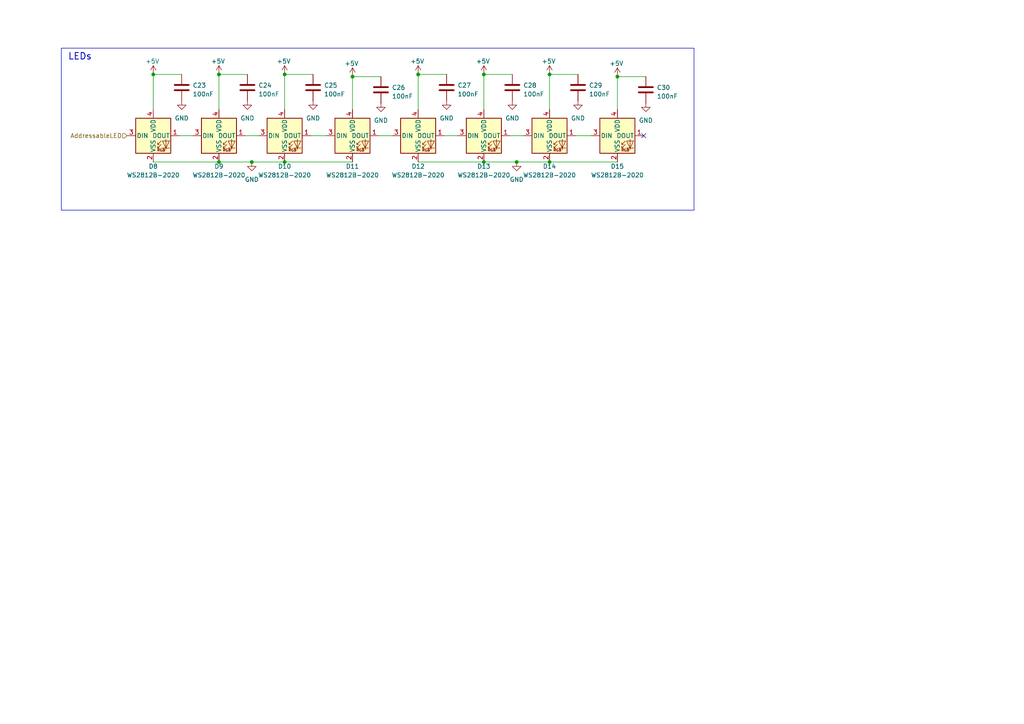
<source format=kicad_sch>
(kicad_sch (version 20250114) (generator "eeschema") (generator_version "9.0")
  (paper "A4")
  (lib_symbols
    (symbol "Device:C" (pin_numbers (hide yes)) (pin_names (offset 0.254))
      (property "Reference" "C" (at 0.635 2.54 0))
      (property "Value" "C" (at 0.635 -2.54 0))
      (symbol "C_0_1"
        (polyline (pts (xy -2.032 0.762) (xy 2.032 0.762)) (stroke (width 0.508)))
        (polyline (pts (xy -2.032 -0.762) (xy 2.032 -0.762)) (stroke (width 0.508)))
      )
      (symbol "C_1_1"
        (pin passive line (at 0 3.81 270) (length 2.794) (name "~") (number "1"))
        (pin passive line (at 0 -3.81 90) (length 2.794) (name "~") (number "2"))
      )
    )
    (symbol "LED:WS2812B-2020" (pin_names (offset 0.254))
      (property "Reference" "D" (at 5.08 5.715 0))
      (property "Value" "WS2812B-2020" (at 1.27 -5.715 0))
      (symbol "WS2812B-2020_0_0"
        (text "RGB" (at 2.286 -4.191 0) (effects (font (size 0.762 0.762))))
      )
      (symbol "WS2812B-2020_0_1"
        (polyline (pts (xy 1.27 -2.54) (xy 1.778 -2.54)))
        (polyline (pts (xy 1.27 -3.556) (xy 1.778 -3.556)))
        (polyline (pts (xy 2.286 -1.524) (xy 1.27 -2.54) (xy 1.27 -2.032)))
        (polyline (pts (xy 2.286 -2.54) (xy 1.27 -3.556) (xy 1.27 -3.048)))
        (polyline (pts (xy 3.683 -1.016) (xy 3.683 -3.556) (xy 3.683 -4.064)))
        (polyline (pts (xy 4.699 -1.524) (xy 2.667 -1.524) (xy 3.683 -3.556) (xy 4.699 -1.524)))
        (polyline (pts (xy 4.699 -3.556) (xy 2.667 -3.556)))
        (rectangle (start 5.08 5.08) (end -5.08 -5.08) (stroke (width 0.254)) (fill (type background)))
      )
      (symbol "WS2812B-2020_1_1"
        (pin input line (at -7.62 0 0) (length 2.54) (name "DIN") (number "3"))
        (pin power_in line (at 0 7.62 270) (length 2.54) (name "VDD") (number "4"))
        (pin power_in line (at 0 -7.62 90) (length 2.54) (name "VSS") (number "2"))
        (pin output line (at 7.62 0 180) (length 2.54) (name "DOUT") (number "1"))
      )
    )
    (symbol "power:+24V" (power) (pin_numbers (hide yes)) (pin_names (offset 0) (hide yes))
      (property "Value" "+24V" (at 0 3.556 0))
      (symbol "+24V_0_1"
        (polyline (pts (xy -0.762 1.27) (xy 0 2.54)))
        (polyline (pts (xy 0 2.54) (xy 0.762 1.27)))
        (polyline (pts (xy 0 0) (xy 0 2.54)))
      )
      (symbol "+24V_1_1"
        (pin power_in line (at 0 0 90) (length 0) (name "~") (number "1"))
      )
    )
    (symbol "power:GND" (power) (pin_numbers (hide yes)) (pin_names (offset 0) (hide yes))
      (property "Value" "GND" (at 0 -3.81 0))
      (symbol "GND_0_1"
        (polyline (pts (xy 0 0) (xy 0 -1.27) (xy 1.27 -1.27) (xy 0 -2.54) (xy -1.27 -1.27) (xy 0 -1.27)))
      )
      (symbol "GND_1_1"
        (pin power_in line (at 0 0 270) (length 0) (name "~") (number "1"))
      )
    )
  )
  (rectangle (start 17.78 13.97) (end 201.295 60.96))
  (text "LEDs" (at 19.685 16.51 0) (effects (font (size 1.905 1.905) (thickness 0.2381)) (justify left)))
  (junction (at 73.025 46.99))
  (junction (at 140.335 21.59))
  (junction (at 149.86 46.99))
  (junction (at 179.07 22.225))
  (junction (at 159.385 46.99))
  (junction (at 44.45 21.59))
  (junction (at 82.55 46.99))
  (junction (at 121.285 21.59))
  (junction (at 159.385 21.59))
  (junction (at 82.55 21.59))
  (junction (at 63.5 46.99))
  (junction (at 140.335 46.99))
  (junction (at 63.5 21.59))
  (junction (at 102.235 22.225))
  (no_connect (at 186.69 39.37))
  (wire (pts (xy 129.54 21.59) (xy 121.285 21.59)))
  (wire (pts (xy 90.17 39.37) (xy 94.615 39.37)))
  (wire (pts (xy 179.07 22.225) (xy 179.07 31.75)))
  (wire (pts (xy 52.07 39.37) (xy 55.88 39.37)))
  (wire (pts (xy 167.64 21.59) (xy 159.385 21.59)))
  (wire (pts (xy 52.705 21.59) (xy 44.45 21.59)))
  (wire (pts (xy 187.325 22.225) (xy 179.07 22.225)))
  (wire (pts (xy 149.86 46.99) (xy 159.385 46.99)))
  (wire (pts (xy 71.755 21.59) (xy 63.5 21.59)))
  (wire (pts (xy 102.235 22.225) (xy 102.235 31.75)))
  (wire (pts (xy 140.335 21.59) (xy 140.335 31.75)))
  (wire (pts (xy 82.55 46.99) (xy 102.235 46.99)))
  (wire (pts (xy 109.855 39.37) (xy 113.665 39.37)))
  (wire (pts (xy 167.005 39.37) (xy 171.45 39.37)))
  (wire (pts (xy 90.805 21.59) (xy 82.55 21.59)))
  (wire (pts (xy 110.49 22.225) (xy 102.235 22.225)))
  (wire (pts (xy 121.285 21.59) (xy 121.285 31.75)))
  (wire (pts (xy 44.45 21.59) (xy 44.45 31.75)))
  (wire (pts (xy 44.45 46.99) (xy 63.5 46.99)))
  (wire (pts (xy 63.5 21.59) (xy 63.5 31.75)))
  (wire (pts (xy 121.285 46.99) (xy 140.335 46.99)))
  (wire (pts (xy 71.12 39.37) (xy 74.93 39.37)))
  (wire (pts (xy 148.59 21.59) (xy 140.335 21.59)))
  (wire (pts (xy 140.335 46.99) (xy 149.86 46.99)))
  (wire (pts (xy 82.55 21.59) (xy 82.55 31.75)))
  (wire (pts (xy 128.905 39.37) (xy 132.715 39.37)))
  (wire (pts (xy 73.025 46.99) (xy 82.55 46.99)))
  (wire (pts (xy 63.5 46.99) (xy 73.025 46.99)))
  (wire (pts (xy 159.385 21.59) (xy 159.385 31.75)))
  (wire (pts (xy 159.385 46.99) (xy 179.07 46.99)))
  (wire (pts (xy 147.955 39.37) (xy 151.765 39.37)))
  (hierarchical_label "AddressableLED" (shape input) (at 36.83 39.37 180))
  (symbol (lib_id "LED:WS2812B-2020") (at 102.235 39.37 0) (unit 1)
    (property "Reference" "D11" (at 102.235 48.26 0))
    (property "Value" "WS2812B-2020" (at 102.235 50.8 0))
    (property "Footprint" "LED_SMD:LED_WS2812B-2020_PLCC4_2.0x2.0mm" (effects (hide yes)))
    (property "Datasheet" "https://www.adafruit.com/product/4684?srsltid=AfmBOop8k-3l160ShHvoHyF9NYTFey3CGV7oTcOhdfuwQmINURxhB75m" (effects (hide yes)))
    (property "Description" "RGB LED with integrated controller, 2.0 x 2.0 mm, 12 mA" (effects (hide yes)))
  )
  (symbol (lib_id "power:+24V") (at 121.285 21.59 0) (unit 1)
    (property "Reference" "#PWR075" (effects (hide yes)))
    (property "Value" "+5V" (at 121.031 17.78 0))
    (property "Description" "Power symbol creates a global label with name \"+24V\"" (effects (hide yes)))
  )
  (symbol (lib_id "Device:C") (at 148.59 25.4 0) (unit 1)
    (property "Reference" "C28" (at 151.765 24.765 0) (effects (justify left)))
    (property "Value" "100nF" (at 151.765 27.305 0) (effects (justify left)))
    (property "Footprint" "Capacitor_SMD:C_0603_1608Metric_Pad1.08x0.95mm_HandSolder" (effects (hide yes)))
    (property "Description" "Unpolarized capacitor" (effects (hide yes)))
    (property "P/N" "MLASH168SB7104KTNA01" (effects (hide yes)))
  )
  (symbol (lib_id "power:GND") (at 167.64 29.21 0) (unit 1)
    (property "Reference" "#PWR081" (effects (hide yes)))
    (property "Value" "GND" (at 167.64 34.29 0))
    (property "Description" "Power symbol creates a global label with name \"GND\" , ground" (effects (hide yes)))
  )
  (symbol (lib_id "power:+24V") (at 102.235 22.225 0) (unit 1)
    (property "Reference" "#PWR073" (effects (hide yes)))
    (property "Value" "+5V" (at 101.981 18.415 0))
    (property "Description" "Power symbol creates a global label with name \"+24V\"" (effects (hide yes)))
  )
  (symbol (lib_id "LED:WS2812B-2020") (at 121.285 39.37 0) (unit 1)
    (property "Reference" "D12" (at 121.285 48.26 0))
    (property "Value" "WS2812B-2020" (at 121.285 50.8 0))
    (property "Footprint" "LED_SMD:LED_WS2812B-2020_PLCC4_2.0x2.0mm" (effects (hide yes)))
    (property "Datasheet" "https://www.adafruit.com/product/4684?srsltid=AfmBOop8k-3l160ShHvoHyF9NYTFey3CGV7oTcOhdfuwQmINURxhB75m" (effects (hide yes)))
    (property "Description" "RGB LED with integrated controller, 2.0 x 2.0 mm, 12 mA" (effects (hide yes)))
  )
  (symbol (lib_id "LED:WS2812B-2020") (at 179.07 39.37 0) (unit 1)
    (property "Reference" "D15" (at 179.07 48.26 0))
    (property "Value" "WS2812B-2020" (at 179.07 50.8 0))
    (property "Footprint" "LED_SMD:LED_WS2812B-2020_PLCC4_2.0x2.0mm" (effects (hide yes)))
    (property "Datasheet" "https://www.adafruit.com/product/4684?srsltid=AfmBOop8k-3l160ShHvoHyF9NYTFey3CGV7oTcOhdfuwQmINURxhB75m" (effects (hide yes)))
    (property "Description" "RGB LED with integrated controller, 2.0 x 2.0 mm, 12 mA" (effects (hide yes)))
  )
  (symbol (lib_id "LED:WS2812B-2020") (at 44.45 39.37 0) (unit 1)
    (property "Reference" "D8" (at 44.45 48.26 0))
    (property "Value" "WS2812B-2020" (at 44.45 50.8 0))
    (property "Footprint" "LED_SMD:LED_WS2812B-2020_PLCC4_2.0x2.0mm" (effects (hide yes)))
    (property "Datasheet" "https://www.adafruit.com/product/4684?srsltid=AfmBOop8k-3l160ShHvoHyF9NYTFey3CGV7oTcOhdfuwQmINURxhB75m" (effects (hide yes)))
    (property "Description" "RGB LED with integrated controller, 2.0 x 2.0 mm, 12 mA" (effects (hide yes)))
  )
  (symbol (lib_id "power:+24V") (at 140.335 21.59 0) (unit 1)
    (property "Reference" "#PWR077" (effects (hide yes)))
    (property "Value" "+5V" (at 140.081 17.78 0))
    (property "Description" "Power symbol creates a global label with name \"+24V\"" (effects (hide yes)))
  )
  (symbol (lib_id "LED:WS2812B-2020") (at 82.55 39.37 0) (unit 1)
    (property "Reference" "D10" (at 82.55 48.26 0))
    (property "Value" "WS2812B-2020" (at 82.55 50.8 0))
    (property "Footprint" "LED_SMD:LED_WS2812B-2020_PLCC4_2.0x2.0mm" (effects (hide yes)))
    (property "Datasheet" "https://www.adafruit.com/product/4684?srsltid=AfmBOop8k-3l160ShHvoHyF9NYTFey3CGV7oTcOhdfuwQmINURxhB75m" (effects (hide yes)))
    (property "Description" "RGB LED with integrated controller, 2.0 x 2.0 mm, 12 mA" (effects (hide yes)))
  )
  (symbol (lib_id "LED:WS2812B-2020") (at 140.335 39.37 0) (unit 1)
    (property "Reference" "D13" (at 140.335 48.26 0))
    (property "Value" "WS2812B-2020" (at 140.335 50.8 0))
    (property "Footprint" "LED_SMD:LED_WS2812B-2020_PLCC4_2.0x2.0mm" (effects (hide yes)))
    (property "Datasheet" "https://www.adafruit.com/product/4684?srsltid=AfmBOop8k-3l160ShHvoHyF9NYTFey3CGV7oTcOhdfuwQmINURxhB75m" (effects (hide yes)))
    (property "Description" "RGB LED with integrated controller, 2.0 x 2.0 mm, 12 mA" (effects (hide yes)))
  )
  (symbol (lib_id "Device:C") (at 110.49 26.035 0) (unit 1)
    (property "Reference" "C26" (at 113.665 25.4 0) (effects (justify left)))
    (property "Value" "100nF" (at 113.665 27.94 0) (effects (justify left)))
    (property "Footprint" "Capacitor_SMD:C_0603_1608Metric_Pad1.08x0.95mm_HandSolder" (effects (hide yes)))
    (property "Description" "Unpolarized capacitor" (effects (hide yes)))
    (property "P/N" "MLASH168SB7104KTNA01" (effects (hide yes)))
  )
  (symbol (lib_id "power:GND") (at 148.59 29.21 0) (unit 1)
    (property "Reference" "#PWR078" (effects (hide yes)))
    (property "Value" "GND" (at 148.59 34.29 0))
    (property "Description" "Power symbol creates a global label with name \"GND\" , ground" (effects (hide yes)))
  )
  (symbol (lib_id "power:+24V") (at 159.385 21.59 0) (unit 1)
    (property "Reference" "#PWR080" (effects (hide yes)))
    (property "Value" "+5V" (at 159.131 17.78 0))
    (property "Description" "Power symbol creates a global label with name \"+24V\"" (effects (hide yes)))
  )
  (symbol (lib_id "power:GND") (at 187.325 29.845 0) (unit 1)
    (property "Reference" "#PWR083" (effects (hide yes)))
    (property "Value" "GND" (at 187.325 34.925 0))
    (property "Description" "Power symbol creates a global label with name \"GND\" , ground" (effects (hide yes)))
  )
  (symbol (lib_id "Device:C") (at 90.805 25.4 0) (unit 1)
    (property "Reference" "C25" (at 93.98 24.765 0) (effects (justify left)))
    (property "Value" "100nF" (at 93.98 27.305 0) (effects (justify left)))
    (property "Footprint" "Capacitor_SMD:C_0603_1608Metric_Pad1.08x0.95mm_HandSolder" (effects (hide yes)))
    (property "Description" "Unpolarized capacitor" (effects (hide yes)))
    (property "P/N" "MLASH168SB7104KTNA01" (effects (hide yes)))
  )
  (symbol (lib_id "power:GND") (at 149.86 46.99 0) (unit 1)
    (property "Reference" "#PWR079" (effects (hide yes)))
    (property "Value" "GND" (at 149.86 52.07 0))
    (property "Description" "Power symbol creates a global label with name \"GND\" , ground" (effects (hide yes)))
  )
  (symbol (lib_id "power:GND") (at 73.025 46.99 0) (unit 1)
    (property "Reference" "#PWR070" (effects (hide yes)))
    (property "Value" "GND" (at 73.025 52.07 0))
    (property "Description" "Power symbol creates a global label with name \"GND\" , ground" (effects (hide yes)))
  )
  (symbol (lib_id "Device:C") (at 167.64 25.4 0) (unit 1)
    (property "Reference" "C29" (at 170.815 24.765 0) (effects (justify left)))
    (property "Value" "100nF" (at 170.815 27.305 0) (effects (justify left)))
    (property "Footprint" "Capacitor_SMD:C_0603_1608Metric_Pad1.08x0.95mm_HandSolder" (effects (hide yes)))
    (property "Description" "Unpolarized capacitor" (effects (hide yes)))
    (property "P/N" "MLASH168SB7104KTNA01" (effects (hide yes)))
  )
  (symbol (lib_id "LED:WS2812B-2020") (at 63.5 39.37 0) (unit 1)
    (property "Reference" "D9" (at 63.5 48.26 0))
    (property "Value" "WS2812B-2020" (at 63.5 50.8 0))
    (property "Footprint" "LED_SMD:LED_WS2812B-2020_PLCC4_2.0x2.0mm" (effects (hide yes)))
    (property "Datasheet" "https://www.adafruit.com/product/4684?srsltid=AfmBOop8k-3l160ShHvoHyF9NYTFey3CGV7oTcOhdfuwQmINURxhB75m" (effects (hide yes)))
    (property "Description" "RGB LED with integrated controller, 2.0 x 2.0 mm, 12 mA" (effects (hide yes)))
  )
  (symbol (lib_id "power:GND") (at 129.54 29.21 0) (unit 1)
    (property "Reference" "#PWR076" (effects (hide yes)))
    (property "Value" "GND" (at 129.54 34.29 0))
    (property "Description" "Power symbol creates a global label with name \"GND\" , ground" (effects (hide yes)))
  )
  (symbol (lib_id "Device:C") (at 129.54 25.4 0) (unit 1)
    (property "Reference" "C27" (at 132.715 24.765 0) (effects (justify left)))
    (property "Value" "100nF" (at 132.715 27.305 0) (effects (justify left)))
    (property "Footprint" "Capacitor_SMD:C_0603_1608Metric_Pad1.08x0.95mm_HandSolder" (effects (hide yes)))
    (property "Description" "Unpolarized capacitor" (effects (hide yes)))
    (property "P/N" "MLASH168SB7104KTNA01" (effects (hide yes)))
  )
  (symbol (lib_id "Device:C") (at 187.325 26.035 0) (unit 1)
    (property "Reference" "C30" (at 190.5 25.4 0) (effects (justify left)))
    (property "Value" "100nF" (at 190.5 27.94 0) (effects (justify left)))
    (property "Footprint" "Capacitor_SMD:C_0603_1608Metric_Pad1.08x0.95mm_HandSolder" (effects (hide yes)))
    (property "Description" "Unpolarized capacitor" (effects (hide yes)))
    (property "P/N" "MLASH168SB7104KTNA01" (effects (hide yes)))
  )
  (symbol (lib_id "power:GND") (at 90.805 29.21 0) (unit 1)
    (property "Reference" "#PWR072" (effects (hide yes)))
    (property "Value" "GND" (at 90.805 34.29 0))
    (property "Description" "Power symbol creates a global label with name \"GND\" , ground" (effects (hide yes)))
  )
  (symbol (lib_id "power:GND") (at 110.49 29.845 0) (unit 1)
    (property "Reference" "#PWR074" (effects (hide yes)))
    (property "Value" "GND" (at 110.49 34.925 0))
    (property "Description" "Power symbol creates a global label with name \"GND\" , ground" (effects (hide yes)))
  )
  (symbol (lib_id "power:+24V") (at 179.07 22.225 0) (unit 1)
    (property "Reference" "#PWR082" (effects (hide yes)))
    (property "Value" "+5V" (at 178.816 18.415 0))
    (property "Description" "Power symbol creates a global label with name \"+24V\"" (effects (hide yes)))
  )
  (symbol (lib_id "Device:C") (at 71.755 25.4 0) (unit 1)
    (property "Reference" "C24" (at 74.93 24.765 0) (effects (justify left)))
    (property "Value" "100nF" (at 74.93 27.305 0) (effects (justify left)))
    (property "Footprint" "Capacitor_SMD:C_0603_1608Metric_Pad1.08x0.95mm_HandSolder" (effects (hide yes)))
    (property "Description" "Unpolarized capacitor" (effects (hide yes)))
    (property "P/N" "MLASH168SB7104KTNA01" (effects (hide yes)))
  )
  (symbol (lib_id "LED:WS2812B-2020") (at 159.385 39.37 0) (unit 1)
    (property "Reference" "D14" (at 159.385 48.26 0))
    (property "Value" "WS2812B-2020" (at 159.385 50.8 0))
    (property "Footprint" "LED_SMD:LED_WS2812B-2020_PLCC4_2.0x2.0mm" (effects (hide yes)))
    (property "Datasheet" "https://www.adafruit.com/product/4684?srsltid=AfmBOop8k-3l160ShHvoHyF9NYTFey3CGV7oTcOhdfuwQmINURxhB75m" (effects (hide yes)))
    (property "Description" "RGB LED with integrated controller, 2.0 x 2.0 mm, 12 mA" (effects (hide yes)))
  )
  (symbol (lib_id "Device:C") (at 52.705 25.4 0) (unit 1)
    (property "Reference" "C23" (at 55.88 24.765 0) (effects (justify left)))
    (property "Value" "100nF" (at 55.88 27.305 0) (effects (justify left)))
    (property "Footprint" "Capacitor_SMD:C_0603_1608Metric_Pad1.08x0.95mm_HandSolder" (effects (hide yes)))
    (property "Description" "Unpolarized capacitor" (effects (hide yes)))
    (property "P/N" "MLASH168SB7104KTNA01" (effects (hide yes)))
  )
  (symbol (lib_id "power:GND") (at 52.705 29.21 0) (unit 1)
    (property "Reference" "#PWR067" (effects (hide yes)))
    (property "Value" "GND" (at 52.705 34.29 0))
    (property "Description" "Power symbol creates a global label with name \"GND\" , ground" (effects (hide yes)))
  )
  (symbol (lib_id "power:GND") (at 71.755 29.21 0) (unit 1)
    (property "Reference" "#PWR069" (effects (hide yes)))
    (property "Value" "GND" (at 71.755 34.29 0))
    (property "Description" "Power symbol creates a global label with name \"GND\" , ground" (effects (hide yes)))
  )
  (symbol (lib_id "power:+24V") (at 63.5 21.59 0) (unit 1)
    (property "Reference" "#PWR068" (effects (hide yes)))
    (property "Value" "+5V" (at 63.246 17.78 0))
    (property "Description" "Power symbol creates a global label with name \"+24V\"" (effects (hide yes)))
  )
  (symbol (lib_id "power:+24V") (at 82.55 21.59 0) (unit 1)
    (property "Reference" "#PWR071" (effects (hide yes)))
    (property "Value" "+5V" (at 82.296 17.78 0))
    (property "Description" "Power symbol creates a global label with name \"+24V\"" (effects (hide yes)))
  )
  (symbol (lib_id "power:+24V") (at 44.45 21.59 0) (unit 1)
    (property "Reference" "#PWR066" (effects (hide yes)))
    (property "Value" "+5V" (at 44.196 17.78 0))
    (property "Description" "Power symbol creates a global label with name \"+24V\"" (effects (hide yes)))
  )
)
</source>
